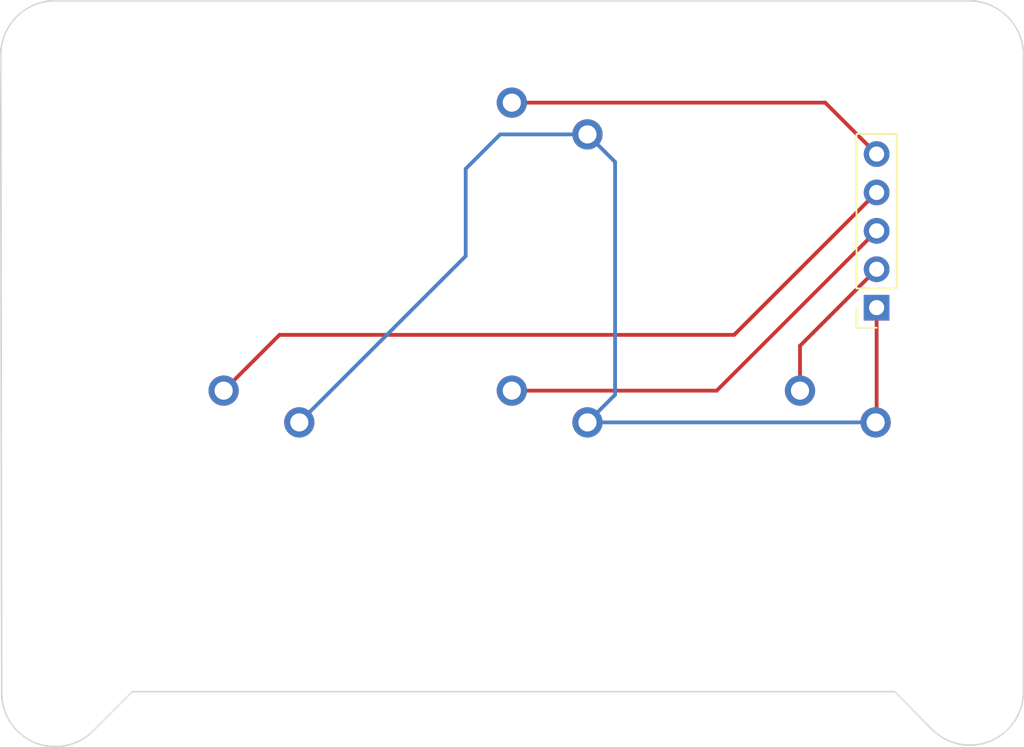
<source format=kicad_pcb>
(kicad_pcb (version 20211014) (generator pcbnew)
  (layers (0 "F.Cu" signal) (31 "B.Cu" signal) (34 "B.Paste" user) (35 "F.Paste" user) (36 "B.SilkS" user "B.Silkscreen") (37 "F.SilkS" user "F.Silkscreen") (38 "B.Mask" user) (39 "F.Mask" user) (44 "Edge.Cuts" user))
  (net 0 "")
  (net 1 "Net-(J1-Pad1)")
  (net 2 "Net-(J1-Pad2)")
  (net 3 "Net-(J1-Pad3)")
  (net 4 "Net-(J1-Pad4)")
  (net 5 "Net-(J1-Pad5)")
  (footprint "Kailh_Choc:KailhChoc-1U" (layer "F.Cu") (at 94.234 72.39)
    (fp_text reference "MX1" hide)
    (fp_text value "4" hide)
    (pad "" np_thru_hole circle (at 0 0) (size 3.4 3.4) (drill 3.4) (layers *.Cu *.Mask))
    (pad "" np_thru_hole circle (at -5.5 0 48.1) (size 1.9 1.9) (drill 1.9) (layers *.Cu *.Mask))
    (pad "" np_thru_hole circle (at 5.5 0 48.1) (size 1.9 1.9) (drill 1.9) (layers *.Cu *.Mask))
    (pad "" np_thru_hole circle (at -5.22 4.2) (size 1.2 1.2) (drill 1.2) (layers *.Cu *.Mask))
    (pad "1" thru_hole circle (at 5 -3.8) (size 2 2) (drill 1.2) (layers *.Cu "B.Mask") (net 1 "Net-(J1-Pad1)"))
    (pad "2" thru_hole circle (at 0 -5.9) (size 2 2) (drill 1.2) (layers *.Cu "B.Mask") (net 4 "Net-(J1-Pad4)"))
  )
  (footprint "MountingHole:MountingHole_3.2mm_M3" (layer "F.Cu") (at 83.1 44.304339)
    (fp_text reference "REF**" hide)
    (fp_text value "MountingHole_3.2mm_M3" hide)
    (pad "" np_thru_hole circle locked (at 0 0) (size 3.2 3.2) (drill 3.2) (layers F&B.Cu *.Mask))
  )
  (footprint "Kailh_Choc:KailhChoc-1U" (layer "F.Cu") (at 132.334 72.39)
    (fp_text reference "MX4" hide)
    (fp_text value "6" hide)
    (pad "" np_thru_hole circle (at -5.22 4.2) (size 1.2 1.2) (drill 1.2) (layers *.Cu *.Mask))
    (pad "" np_thru_hole circle (at -5.5 0 48.1) (size 1.9 1.9) (drill 1.9) (layers *.Cu *.Mask))
    (pad "" np_thru_hole circle (at 5.5 0 48.1) (size 1.9 1.9) (drill 1.9) (layers *.Cu *.Mask))
    (pad "" np_thru_hole circle (at 0 0) (size 3.4 3.4) (drill 3.4) (layers *.Cu *.Mask))
    (pad "1" thru_hole circle (at 5 -3.8) (size 2 2) (drill 1.2) (layers *.Cu "B.Mask") (net 1 "Net-(J1-Pad1)"))
    (pad "2" thru_hole circle (at 0 -5.9) (size 2 2) (drill 1.2) (layers *.Cu "B.Mask") (net 2 "Net-(J1-Pad2)"))
  )
  (footprint "Connector_PinSocket_2.54mm:PinSocket_1x05_P2.54mm_Vertical" (layer "F.Cu") (at 137.4 61 180)
    (fp_text reference "J1" hide)
    (fp_text value "Conn_01x05" hide)
    (fp_line (start -1.33 1.27) (end 1.33 1.27) (layer "F.SilkS") (width 0.12))
    (fp_line (start -1.33 11.49) (end 1.33 11.49) (layer "F.SilkS") (width 0.12))
    (fp_line (start 1.33 1.27) (end 1.33 11.49) (layer "F.SilkS") (width 0.12))
    (fp_line (start 0 -1.33) (end 1.33 -1.33) (layer "F.SilkS") (width 0.12))
    (fp_line (start -1.33 1.27) (end -1.33 11.49) (layer "F.SilkS") (width 0.12))
    (fp_line (start 1.33 -1.33) (end 1.33 0) (layer "F.SilkS") (width 0.12))
    (pad "1" thru_hole rect (at 0 0 180) (size 1.7 1.7) (drill 1) (layers *.Cu *.Mask) (net 1 "Net-(J1-Pad1)"))
    (pad "2" thru_hole oval (at 0 2.54 180) (size 1.7 1.7) (drill 1) (layers *.Cu *.Mask) (net 2 "Net-(J1-Pad2)"))
    (pad "3" thru_hole oval (at 0 5.08 180) (size 1.7 1.7) (drill 1) (layers *.Cu *.Mask) (net 3 "Net-(J1-Pad3)"))
    (pad "4" thru_hole oval (at 0 7.62 180) (size 1.7 1.7) (drill 1) (layers *.Cu *.Mask) (net 4 "Net-(J1-Pad4)"))
    (pad "5" thru_hole oval (at 0 10.16 180) (size 1.7 1.7) (drill 1) (layers *.Cu *.Mask) (net 5 "Net-(J1-Pad5)"))
  )
  (footprint "MountingHole:MountingHole_3.2mm_M3" (layer "F.Cu") (at 83.1 86.5)
    (fp_text reference "REF**" hide)
    (fp_text value "MountingHole_3.2mm_M3" hide)
    (pad "" np_thru_hole circle locked (at 0 0) (size 3.2 3.2) (drill 3.2) (layers *.Cu *.Mask))
  )
  (footprint "Kailh_Choc:KailhChoc-1U" (layer "F.Cu") (at 113.284 53.34)
    (fp_text reference "MX2" hide)
    (fp_text value "8" hide)
    (pad "" np_thru_hole circle (at -5.5 0 48.1) (size 1.9 1.9) (drill 1.9) (layers *.Cu *.Mask))
    (pad "" np_thru_hole circle (at 5.5 0 48.1) (size 1.9 1.9) (drill 1.9) (layers *.Cu *.Mask))
    (pad "" np_thru_hole circle (at -5.22 4.2) (size 1.2 1.2) (drill 1.2) (layers *.Cu *.Mask))
    (pad "" np_thru_hole circle (at 0 0) (size 3.4 3.4) (drill 3.4) (layers *.Cu *.Mask))
    (pad "1" thru_hole circle (at 5 -3.8) (size 2 2) (drill 1.2) (layers *.Cu "B.Mask") (net 1 "Net-(J1-Pad1)"))
    (pad "2" thru_hole circle (at 0 -5.9) (size 2 2) (drill 1.2) (layers *.Cu "B.Mask") (net 5 "Net-(J1-Pad5)"))
  )
  (footprint "MountingHole:MountingHole_3.2mm_M3" (layer "F.Cu") (at 143.5 44.2)
    (fp_text reference "REF**" hide)
    (fp_text value "MountingHole_3.2mm_M3" hide)
    (pad "" np_thru_hole circle locked (at 0 0) (size 3.2 3.2) (drill 3.2) (layers F&B.Cu *.Mask))
  )
  (footprint "Kailh_Choc:KailhChoc-1U" (layer "F.Cu") (at 113.284 72.39)
    (fp_text reference "MX3" hide)
    (fp_text value "2" hide)
    (pad "" np_thru_hole circle (at 5.5 0 48.1) (size 1.9 1.9) (drill 1.9) (layers *.Cu *.Mask))
    (pad "" np_thru_hole circle (at 0 0) (size 3.4 3.4) (drill 3.4) (layers *.Cu *.Mask))
    (pad "" np_thru_hole circle (at -5.5 0 48.1) (size 1.9 1.9) (drill 1.9) (layers *.Cu *.Mask))
    (pad "" np_thru_hole circle (at -5.22 4.2) (size 1.2 1.2) (drill 1.2) (layers *.Cu *.Mask))
    (pad "1" thru_hole circle (at 5 -3.8) (size 2 2) (drill 1.2) (layers *.Cu "B.Mask") (net 1 "Net-(J1-Pad1)"))
    (pad "2" thru_hole circle (at 0 -5.9) (size 2 2) (drill 1.2) (layers *.Cu "B.Mask") (net 3 "Net-(J1-Pad3)"))
  )
  (footprint "MountingHole:MountingHole_3.2mm_M3" (layer "B.Cu") (at 143.563003 86.5 180)
    (fp_text reference "REF**" hide)
    (fp_text value "MountingHole_3.2mm_M3" hide)
    (pad "" np_thru_hole circle locked (at 0 0 180) (size 3.2 3.2) (drill 3.2) (layers F&B.Cu *.Mask))
  )
  (gr_line (start 147.1 44.1) (end 147.1 86.5) (layer "Edge.Cuts") (width 0.1))
  (gr_arc (start 85.7 88.9) (mid 81.85742 89.813004) (end 79.563003 86.59825) (layer "Edge.Cuts") (width 0.1))
  (gr_line (start 79.563003 86.59825) (end 79.5 44.3) (layer "Edge.Cuts") (width 0.1))
  (gr_line (start 82.9 40.7) (end 143.5 40.7) (layer "Edge.Cuts") (width 0.1))
  (gr_arc (start 147.1 86.5) (mid 144.805583 89.714754) (end 140.963003 88.80175) (layer "Edge.Cuts") (width 0.1))
  (gr_line (start 88.2 86.4) (end 138.6 86.4) (layer "Edge.Cuts") (width 0.1))
  (gr_arc (start 79.5 44.3) (mid 80.484358 41.824116) (end 82.9 40.7) (layer "Edge.Cuts") (width 0.1))
  (gr_line (start 138.6 86.4) (end 140.963003 88.80175) (layer "Edge.Cuts") (width 0.1))
  (gr_line (start 85.7 88.9) (end 88.2 86.4) (layer "Edge.Cuts") (width 0.1))
  (gr_arc (start 143.5 40.7) (mid 145.975884 41.684358) (end 147.1 44.1) (layer "Edge.Cuts") (width 0.1))
  (segment (start 137.4 68.524) (end 137.334 68.59) (width 0.25) (layer "F.Cu") (net 1))
  (segment (start 137.4 61) (end 137.4 68.524) (width 0.25) (layer "F.Cu") (net 1))
  (segment (start 110.236 57.588) (end 110.236 51.816) (width 0.25) (layer "B.Cu") (net 1))
  (segment (start 120.109001 51.365001) (end 120.109001 66.764999) (width 0.25) (layer "B.Cu") (net 1))
  (segment (start 118.284 68.59) (end 137.334 68.59) (width 0.25) (layer "B.Cu") (net 1))
  (segment (start 99.234 68.59) (end 110.236 57.588) (width 0.25) (layer "B.Cu") (net 1))
  (segment (start 112.512 49.54) (end 118.284 49.54) (width 0.25) (layer "B.Cu") (net 1))
  (segment (start 118.284 49.54) (end 120.109001 51.365001) (width 0.25) (layer "B.Cu") (net 1))
  (segment (start 120.109001 66.764999) (end 118.284 68.59) (width 0.25) (layer "B.Cu") (net 1))
  (segment (start 110.236 51.816) (end 112.512 49.54) (width 0.25) (layer "B.Cu") (net 1))
  (segment (start 132.334 63.526) (end 137.4 58.46) (width 0.25) (layer "F.Cu") (net 2))
  (segment (start 132.334 66.49) (end 132.334 63.526) (width 0.25) (layer "F.Cu") (net 2))
  (segment (start 113.284 66.49) (end 126.83 66.49) (width 0.25) (layer "F.Cu") (net 3))
  (segment (start 126.83 66.49) (end 137.4 55.92) (width 0.25) (layer "F.Cu") (net 3))
  (segment (start 127.98 62.8) (end 97.924 62.8) (width 0.25) (layer "F.Cu") (net 4))
  (segment (start 137.4 53.38) (end 127.98 62.8) (width 0.25) (layer "F.Cu") (net 4))
  (segment (start 97.924 62.8) (end 94.234 66.49) (width 0.25) (layer "F.Cu") (net 4))
  (segment (start 113.284 47.44) (end 134 47.44) (width 0.25) (layer "F.Cu") (net 5))
  (segment (start 134 47.44) (end 137.4 50.84) (width 0.25) (layer "F.Cu") (net 5))
)
</source>
